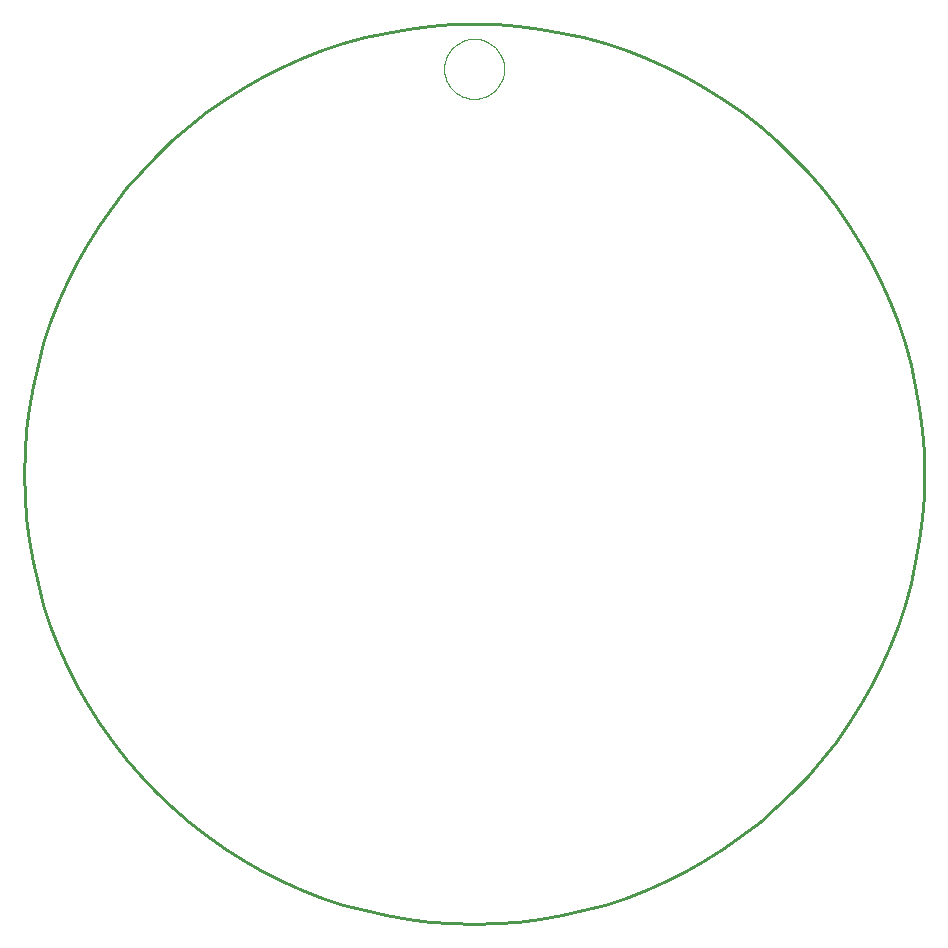
<source format=gko>
G75*
G70*
%OFA0B0*%
%FSLAX24Y24*%
%IPPOS*%
%LPD*%
%AMOC8*
5,1,8,0,0,1.08239X$1,22.5*
%
%ADD10C,0.0100*%
%ADD11C,0.0000*%
D10*
X000556Y015465D02*
X000574Y016201D01*
X000628Y016935D01*
X000718Y017666D01*
X000844Y018391D01*
X001006Y019110D01*
X001202Y019819D01*
X001433Y020518D01*
X001698Y021205D01*
X001996Y021878D01*
X002327Y022536D01*
X002690Y023177D01*
X003084Y023799D01*
X003508Y024400D01*
X003961Y024981D01*
X004442Y025538D01*
X004949Y026072D01*
X005483Y026579D01*
X006040Y027060D01*
X006621Y027513D01*
X007222Y027937D01*
X007844Y028331D01*
X008485Y028694D01*
X009143Y029025D01*
X009816Y029323D01*
X010503Y029588D01*
X011202Y029819D01*
X011911Y030015D01*
X012630Y030177D01*
X013355Y030303D01*
X014086Y030393D01*
X014820Y030447D01*
X015556Y030465D01*
X016292Y030447D01*
X017026Y030393D01*
X017757Y030303D01*
X018482Y030177D01*
X019201Y030015D01*
X019910Y029819D01*
X020609Y029588D01*
X021296Y029323D01*
X021969Y029025D01*
X022627Y028694D01*
X023268Y028331D01*
X023890Y027937D01*
X024491Y027513D01*
X025072Y027060D01*
X025629Y026579D01*
X026163Y026072D01*
X026670Y025538D01*
X027151Y024981D01*
X027604Y024400D01*
X028028Y023799D01*
X028422Y023177D01*
X028785Y022536D01*
X029116Y021878D01*
X029414Y021205D01*
X029679Y020518D01*
X029910Y019819D01*
X030106Y019110D01*
X030268Y018391D01*
X030394Y017666D01*
X030484Y016935D01*
X030538Y016201D01*
X030556Y015465D01*
X030538Y014729D01*
X030484Y013995D01*
X030394Y013264D01*
X030268Y012539D01*
X030106Y011820D01*
X029910Y011111D01*
X029679Y010412D01*
X029414Y009725D01*
X029116Y009052D01*
X028785Y008394D01*
X028422Y007753D01*
X028028Y007131D01*
X027604Y006530D01*
X027151Y005949D01*
X026670Y005392D01*
X026163Y004858D01*
X025629Y004351D01*
X025072Y003870D01*
X024491Y003417D01*
X023890Y002993D01*
X023268Y002599D01*
X022627Y002236D01*
X021969Y001905D01*
X021296Y001607D01*
X020609Y001342D01*
X019910Y001111D01*
X019201Y000915D01*
X018482Y000753D01*
X017757Y000627D01*
X017026Y000537D01*
X016292Y000483D01*
X015556Y000465D01*
X014820Y000483D01*
X014086Y000537D01*
X013355Y000627D01*
X012630Y000753D01*
X011911Y000915D01*
X011202Y001111D01*
X010503Y001342D01*
X009816Y001607D01*
X009143Y001905D01*
X008485Y002236D01*
X007844Y002599D01*
X007222Y002993D01*
X006621Y003417D01*
X006040Y003870D01*
X005483Y004351D01*
X004949Y004858D01*
X004442Y005392D01*
X003961Y005949D01*
X003508Y006530D01*
X003084Y007131D01*
X002690Y007753D01*
X002327Y008394D01*
X001996Y009052D01*
X001698Y009725D01*
X001433Y010412D01*
X001202Y011111D01*
X001006Y011820D01*
X000844Y012539D01*
X000718Y013264D01*
X000628Y013995D01*
X000574Y014729D01*
X000556Y015465D01*
D11*
X014556Y028965D02*
X014558Y029028D01*
X014564Y029090D01*
X014574Y029152D01*
X014587Y029214D01*
X014605Y029274D01*
X014626Y029333D01*
X014651Y029391D01*
X014680Y029447D01*
X014712Y029501D01*
X014747Y029553D01*
X014785Y029602D01*
X014827Y029650D01*
X014871Y029694D01*
X014919Y029736D01*
X014968Y029774D01*
X015020Y029809D01*
X015074Y029841D01*
X015130Y029870D01*
X015188Y029895D01*
X015247Y029916D01*
X015307Y029934D01*
X015369Y029947D01*
X015431Y029957D01*
X015493Y029963D01*
X015556Y029965D01*
X015619Y029963D01*
X015681Y029957D01*
X015743Y029947D01*
X015805Y029934D01*
X015865Y029916D01*
X015924Y029895D01*
X015982Y029870D01*
X016038Y029841D01*
X016092Y029809D01*
X016144Y029774D01*
X016193Y029736D01*
X016241Y029694D01*
X016285Y029650D01*
X016327Y029602D01*
X016365Y029553D01*
X016400Y029501D01*
X016432Y029447D01*
X016461Y029391D01*
X016486Y029333D01*
X016507Y029274D01*
X016525Y029214D01*
X016538Y029152D01*
X016548Y029090D01*
X016554Y029028D01*
X016556Y028965D01*
X016554Y028902D01*
X016548Y028840D01*
X016538Y028778D01*
X016525Y028716D01*
X016507Y028656D01*
X016486Y028597D01*
X016461Y028539D01*
X016432Y028483D01*
X016400Y028429D01*
X016365Y028377D01*
X016327Y028328D01*
X016285Y028280D01*
X016241Y028236D01*
X016193Y028194D01*
X016144Y028156D01*
X016092Y028121D01*
X016038Y028089D01*
X015982Y028060D01*
X015924Y028035D01*
X015865Y028014D01*
X015805Y027996D01*
X015743Y027983D01*
X015681Y027973D01*
X015619Y027967D01*
X015556Y027965D01*
X015493Y027967D01*
X015431Y027973D01*
X015369Y027983D01*
X015307Y027996D01*
X015247Y028014D01*
X015188Y028035D01*
X015130Y028060D01*
X015074Y028089D01*
X015020Y028121D01*
X014968Y028156D01*
X014919Y028194D01*
X014871Y028236D01*
X014827Y028280D01*
X014785Y028328D01*
X014747Y028377D01*
X014712Y028429D01*
X014680Y028483D01*
X014651Y028539D01*
X014626Y028597D01*
X014605Y028656D01*
X014587Y028716D01*
X014574Y028778D01*
X014564Y028840D01*
X014558Y028902D01*
X014556Y028965D01*
M02*

</source>
